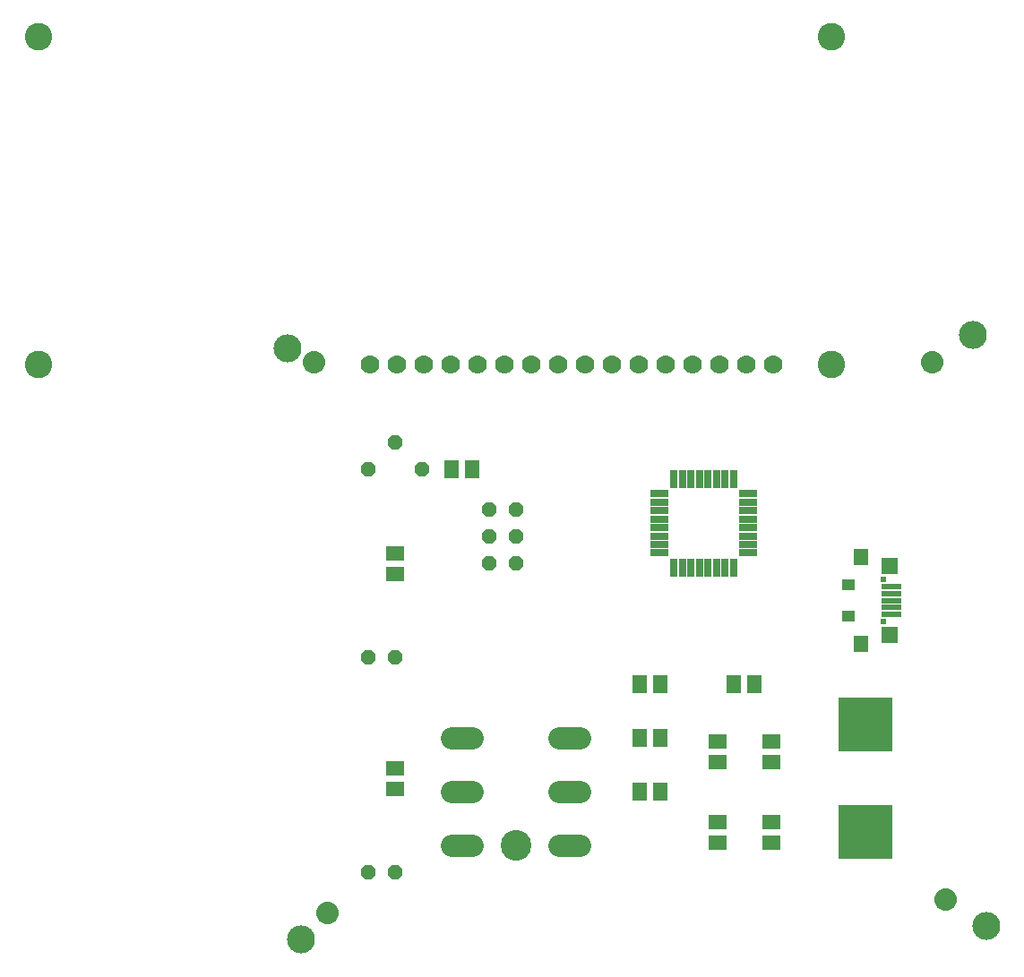
<source format=gbr>
G04 EAGLE Gerber RS-274X export*
G75*
%MOMM*%
%FSLAX34Y34*%
%LPD*%
%INSoldermask Top*%
%IPPOS*%
%AMOC8*
5,1,8,0,0,1.08239X$1,22.5*%
G01*
%ADD10C,2.641600*%
%ADD11C,2.082800*%
%ADD12C,2.895600*%
%ADD13P,1.525737X8X112.500000*%
%ADD14R,1.701600X0.651600*%
%ADD15R,0.651600X1.701600*%
%ADD16C,1.778000*%
%ADD17C,2.601600*%
%ADD18P,1.539592X8X202.500000*%
%ADD19P,1.539592X8X22.500000*%
%ADD20R,1.701600X1.401600*%
%ADD21R,1.401600X1.701600*%
%ADD22R,1.901600X0.501600*%
%ADD23R,1.451600X1.601600*%
%ADD24R,1.501600X1.601600*%
%ADD25C,0.601600*%
%ADD26R,1.201600X1.101600*%
%ADD27R,5.181600X5.181600*%

G36*
X751092Y624520D02*
X751092Y624520D01*
X751135Y624532D01*
X751201Y624539D01*
X752884Y624990D01*
X752925Y625009D01*
X752988Y625028D01*
X754568Y625765D01*
X754605Y625791D01*
X754664Y625820D01*
X756092Y626820D01*
X756123Y626852D01*
X756176Y626891D01*
X757409Y628124D01*
X757434Y628160D01*
X757480Y628208D01*
X758480Y629636D01*
X758498Y629677D01*
X758535Y629732D01*
X759272Y631312D01*
X759283Y631355D01*
X759310Y631416D01*
X759761Y633099D01*
X759763Y633131D01*
X759770Y633152D01*
X759770Y633167D01*
X759780Y633208D01*
X759932Y634945D01*
X759928Y634989D01*
X759932Y635055D01*
X759780Y636792D01*
X759768Y636835D01*
X759761Y636901D01*
X759310Y638584D01*
X759291Y638625D01*
X759272Y638688D01*
X758535Y640268D01*
X758509Y640305D01*
X758480Y640364D01*
X757480Y641792D01*
X757448Y641823D01*
X757409Y641876D01*
X756176Y643109D01*
X756140Y643134D01*
X756092Y643180D01*
X754664Y644180D01*
X754623Y644198D01*
X754568Y644235D01*
X752988Y644972D01*
X752945Y644983D01*
X752884Y645010D01*
X751201Y645461D01*
X751156Y645464D01*
X751092Y645480D01*
X749355Y645632D01*
X749311Y645628D01*
X749245Y645632D01*
X747508Y645480D01*
X747465Y645468D01*
X747399Y645461D01*
X745716Y645010D01*
X745675Y644991D01*
X745612Y644972D01*
X744032Y644235D01*
X743995Y644209D01*
X743936Y644180D01*
X742508Y643180D01*
X742477Y643148D01*
X742424Y643109D01*
X741191Y641876D01*
X741166Y641840D01*
X741120Y641792D01*
X740120Y640364D01*
X740102Y640323D01*
X740065Y640268D01*
X739328Y638688D01*
X739317Y638645D01*
X739290Y638584D01*
X738839Y636901D01*
X738836Y636856D01*
X738820Y636792D01*
X738668Y635055D01*
X738672Y635011D01*
X738668Y634945D01*
X738820Y633208D01*
X738832Y633165D01*
X738836Y633131D01*
X738836Y633115D01*
X738838Y633110D01*
X738839Y633099D01*
X739290Y631416D01*
X739309Y631375D01*
X739328Y631312D01*
X740065Y629732D01*
X740091Y629695D01*
X740120Y629636D01*
X741120Y628208D01*
X741152Y628177D01*
X741191Y628124D01*
X742424Y626891D01*
X742460Y626866D01*
X742508Y626820D01*
X743936Y625820D01*
X743977Y625802D01*
X744032Y625765D01*
X745612Y625028D01*
X745655Y625017D01*
X745716Y624990D01*
X747399Y624539D01*
X747444Y624536D01*
X747508Y624520D01*
X749245Y624368D01*
X749289Y624372D01*
X749355Y624368D01*
X751092Y624520D01*
G37*
G36*
X166892Y624520D02*
X166892Y624520D01*
X166935Y624532D01*
X167001Y624539D01*
X168684Y624990D01*
X168725Y625009D01*
X168788Y625028D01*
X170368Y625765D01*
X170405Y625791D01*
X170464Y625820D01*
X171892Y626820D01*
X171923Y626852D01*
X171976Y626891D01*
X173209Y628124D01*
X173234Y628160D01*
X173280Y628208D01*
X174280Y629636D01*
X174298Y629677D01*
X174335Y629732D01*
X175072Y631312D01*
X175083Y631355D01*
X175110Y631416D01*
X175561Y633099D01*
X175563Y633131D01*
X175570Y633152D01*
X175570Y633167D01*
X175580Y633208D01*
X175732Y634945D01*
X175728Y634989D01*
X175732Y635055D01*
X175580Y636792D01*
X175568Y636835D01*
X175561Y636901D01*
X175110Y638584D01*
X175091Y638625D01*
X175072Y638688D01*
X174335Y640268D01*
X174309Y640305D01*
X174280Y640364D01*
X173280Y641792D01*
X173248Y641823D01*
X173209Y641876D01*
X171976Y643109D01*
X171940Y643134D01*
X171892Y643180D01*
X170464Y644180D01*
X170423Y644198D01*
X170368Y644235D01*
X168788Y644972D01*
X168745Y644983D01*
X168684Y645010D01*
X167001Y645461D01*
X166956Y645464D01*
X166892Y645480D01*
X165155Y645632D01*
X165111Y645628D01*
X165045Y645632D01*
X163308Y645480D01*
X163265Y645468D01*
X163199Y645461D01*
X161516Y645010D01*
X161475Y644991D01*
X161412Y644972D01*
X159832Y644235D01*
X159795Y644209D01*
X159736Y644180D01*
X158308Y643180D01*
X158277Y643148D01*
X158224Y643109D01*
X156991Y641876D01*
X156966Y641840D01*
X156920Y641792D01*
X155920Y640364D01*
X155902Y640323D01*
X155865Y640268D01*
X155128Y638688D01*
X155117Y638645D01*
X155090Y638584D01*
X154639Y636901D01*
X154636Y636856D01*
X154620Y636792D01*
X154468Y635055D01*
X154472Y635011D01*
X154468Y634945D01*
X154620Y633208D01*
X154632Y633165D01*
X154636Y633131D01*
X154636Y633115D01*
X154638Y633110D01*
X154639Y633099D01*
X155090Y631416D01*
X155109Y631375D01*
X155128Y631312D01*
X155865Y629732D01*
X155891Y629695D01*
X155920Y629636D01*
X156920Y628208D01*
X156952Y628177D01*
X156991Y628124D01*
X158224Y626891D01*
X158260Y626866D01*
X158308Y626820D01*
X159736Y625820D01*
X159777Y625802D01*
X159832Y625765D01*
X161412Y625028D01*
X161455Y625017D01*
X161516Y624990D01*
X163199Y624539D01*
X163244Y624536D01*
X163308Y624520D01*
X165045Y624368D01*
X165089Y624372D01*
X165155Y624368D01*
X166892Y624520D01*
G37*
G36*
X763792Y116520D02*
X763792Y116520D01*
X763835Y116532D01*
X763901Y116539D01*
X765584Y116990D01*
X765625Y117009D01*
X765688Y117028D01*
X767268Y117765D01*
X767305Y117791D01*
X767364Y117820D01*
X768792Y118820D01*
X768823Y118852D01*
X768876Y118891D01*
X770109Y120124D01*
X770134Y120160D01*
X770180Y120208D01*
X771180Y121636D01*
X771198Y121677D01*
X771235Y121732D01*
X771972Y123312D01*
X771983Y123355D01*
X772010Y123416D01*
X772461Y125099D01*
X772463Y125131D01*
X772470Y125152D01*
X772470Y125167D01*
X772480Y125208D01*
X772632Y126945D01*
X772628Y126989D01*
X772632Y127055D01*
X772480Y128792D01*
X772468Y128835D01*
X772461Y128901D01*
X772010Y130584D01*
X771991Y130625D01*
X771972Y130688D01*
X771235Y132268D01*
X771209Y132305D01*
X771180Y132364D01*
X770180Y133792D01*
X770148Y133823D01*
X770109Y133876D01*
X768876Y135109D01*
X768840Y135134D01*
X768792Y135180D01*
X767364Y136180D01*
X767323Y136198D01*
X767268Y136235D01*
X765688Y136972D01*
X765645Y136983D01*
X765584Y137010D01*
X763901Y137461D01*
X763856Y137464D01*
X763792Y137480D01*
X762055Y137632D01*
X762011Y137628D01*
X761945Y137632D01*
X760208Y137480D01*
X760165Y137468D01*
X760099Y137461D01*
X758416Y137010D01*
X758375Y136991D01*
X758312Y136972D01*
X756732Y136235D01*
X756695Y136209D01*
X756636Y136180D01*
X755208Y135180D01*
X755177Y135148D01*
X755124Y135109D01*
X753891Y133876D01*
X753866Y133840D01*
X753820Y133792D01*
X752820Y132364D01*
X752802Y132323D01*
X752765Y132268D01*
X752028Y130688D01*
X752017Y130645D01*
X751990Y130584D01*
X751539Y128901D01*
X751536Y128856D01*
X751520Y128792D01*
X751368Y127055D01*
X751372Y127011D01*
X751368Y126945D01*
X751520Y125208D01*
X751532Y125165D01*
X751536Y125131D01*
X751536Y125115D01*
X751538Y125110D01*
X751539Y125099D01*
X751990Y123416D01*
X752009Y123375D01*
X752028Y123312D01*
X752765Y121732D01*
X752791Y121695D01*
X752820Y121636D01*
X753820Y120208D01*
X753852Y120177D01*
X753891Y120124D01*
X755124Y118891D01*
X755160Y118866D01*
X755208Y118820D01*
X756636Y117820D01*
X756677Y117802D01*
X756732Y117765D01*
X758312Y117028D01*
X758355Y117017D01*
X758416Y116990D01*
X760099Y116539D01*
X760144Y116536D01*
X760208Y116520D01*
X761945Y116368D01*
X761989Y116372D01*
X762055Y116368D01*
X763792Y116520D01*
G37*
G36*
X179592Y103820D02*
X179592Y103820D01*
X179635Y103832D01*
X179701Y103839D01*
X181384Y104290D01*
X181425Y104309D01*
X181488Y104328D01*
X183068Y105065D01*
X183105Y105091D01*
X183164Y105120D01*
X184592Y106120D01*
X184623Y106152D01*
X184676Y106191D01*
X185909Y107424D01*
X185934Y107460D01*
X185980Y107508D01*
X186980Y108936D01*
X186998Y108977D01*
X187035Y109032D01*
X187772Y110612D01*
X187783Y110655D01*
X187810Y110716D01*
X188261Y112399D01*
X188263Y112431D01*
X188270Y112452D01*
X188270Y112467D01*
X188280Y112508D01*
X188432Y114245D01*
X188428Y114289D01*
X188432Y114355D01*
X188280Y116092D01*
X188268Y116135D01*
X188261Y116201D01*
X187810Y117884D01*
X187791Y117925D01*
X187772Y117988D01*
X187035Y119568D01*
X187009Y119605D01*
X186980Y119664D01*
X185980Y121092D01*
X185948Y121123D01*
X185909Y121176D01*
X184676Y122409D01*
X184640Y122434D01*
X184592Y122480D01*
X183164Y123480D01*
X183123Y123498D01*
X183068Y123535D01*
X181488Y124272D01*
X181445Y124283D01*
X181384Y124310D01*
X179701Y124761D01*
X179656Y124764D01*
X179592Y124780D01*
X177855Y124932D01*
X177811Y124928D01*
X177745Y124932D01*
X176008Y124780D01*
X175965Y124768D01*
X175899Y124761D01*
X174216Y124310D01*
X174175Y124291D01*
X174112Y124272D01*
X172532Y123535D01*
X172495Y123509D01*
X172436Y123480D01*
X171008Y122480D01*
X170977Y122448D01*
X170924Y122409D01*
X169691Y121176D01*
X169666Y121140D01*
X169620Y121092D01*
X168620Y119664D01*
X168602Y119623D01*
X168565Y119568D01*
X167828Y117988D01*
X167817Y117945D01*
X167790Y117884D01*
X167339Y116201D01*
X167336Y116156D01*
X167320Y116092D01*
X167168Y114355D01*
X167172Y114311D01*
X167168Y114245D01*
X167320Y112508D01*
X167332Y112465D01*
X167336Y112431D01*
X167336Y112415D01*
X167338Y112410D01*
X167339Y112399D01*
X167790Y110716D01*
X167809Y110675D01*
X167828Y110612D01*
X168565Y109032D01*
X168591Y108995D01*
X168620Y108936D01*
X169620Y107508D01*
X169652Y107477D01*
X169691Y107424D01*
X170924Y106191D01*
X170960Y106166D01*
X171008Y106120D01*
X172436Y105120D01*
X172477Y105102D01*
X172532Y105065D01*
X174112Y104328D01*
X174155Y104317D01*
X174216Y104290D01*
X175899Y103839D01*
X175944Y103836D01*
X176008Y103820D01*
X177745Y103668D01*
X177789Y103672D01*
X177855Y103668D01*
X179592Y103820D01*
G37*
D10*
X139700Y647700D03*
X152400Y88900D03*
X800100Y101600D03*
X787400Y660400D03*
D11*
X314706Y177800D02*
X294894Y177800D01*
X294894Y228600D02*
X314706Y228600D01*
X314706Y279400D02*
X294894Y279400D01*
X396494Y177800D02*
X416306Y177800D01*
X416306Y228600D02*
X396494Y228600D01*
X396494Y279400D02*
X416306Y279400D01*
D12*
X355600Y177800D03*
D13*
X330200Y469900D03*
X355600Y469900D03*
X330200Y444500D03*
X355600Y444500D03*
X355600Y495300D03*
X330200Y495300D03*
D14*
X575200Y454600D03*
X575200Y462600D03*
X575200Y470600D03*
X575200Y478600D03*
X575200Y486600D03*
X575200Y494600D03*
X575200Y502600D03*
X575200Y510600D03*
D15*
X561400Y524400D03*
X553400Y524400D03*
X545400Y524400D03*
X537400Y524400D03*
X529400Y524400D03*
X521400Y524400D03*
X513400Y524400D03*
X505400Y524400D03*
D14*
X491600Y510600D03*
X491600Y502600D03*
X491600Y494600D03*
X491600Y486600D03*
X491600Y478600D03*
X491600Y470600D03*
X491600Y462600D03*
X491600Y454600D03*
D15*
X505400Y440800D03*
X513400Y440800D03*
X521400Y440800D03*
X529400Y440800D03*
X537400Y440800D03*
X545400Y440800D03*
X553400Y440800D03*
X561400Y440800D03*
D16*
X599400Y632400D03*
X574000Y632400D03*
X548600Y632400D03*
X523200Y632400D03*
X497800Y632400D03*
X472400Y632400D03*
X447000Y632400D03*
X421600Y632400D03*
X396200Y632400D03*
X370800Y632400D03*
X345400Y632400D03*
X320000Y632400D03*
X294600Y632400D03*
X269200Y632400D03*
X243800Y632400D03*
X218400Y632400D03*
D17*
X654400Y942400D03*
X-95600Y942400D03*
X654400Y632400D03*
X-95600Y632400D03*
D18*
X241300Y355600D03*
X215900Y355600D03*
X241300Y152400D03*
X215900Y152400D03*
D19*
X215900Y533400D03*
X266700Y533400D03*
X241300Y558800D03*
D20*
X596900Y200000D03*
X596900Y181000D03*
X596900Y276200D03*
X596900Y257200D03*
D21*
X581000Y330200D03*
X562000Y330200D03*
D20*
X546100Y200000D03*
X546100Y181000D03*
X546100Y276200D03*
X546100Y257200D03*
D21*
X473100Y330200D03*
X492100Y330200D03*
X492100Y279400D03*
X473100Y279400D03*
X492100Y228600D03*
X473100Y228600D03*
D20*
X241300Y250800D03*
X241300Y231800D03*
X241300Y454000D03*
X241300Y435000D03*
D21*
X295300Y533400D03*
X314300Y533400D03*
D22*
X710400Y409700D03*
X710600Y403200D03*
X710600Y396700D03*
X710400Y416200D03*
X710400Y422700D03*
D23*
X682000Y369050D03*
X681950Y450500D03*
D24*
X708900Y442200D03*
X708900Y377200D03*
D25*
X703400Y429700D03*
X703400Y389700D03*
D26*
X670400Y394700D03*
X670400Y424700D03*
D27*
X685800Y292100D03*
X685800Y190500D03*
M02*

</source>
